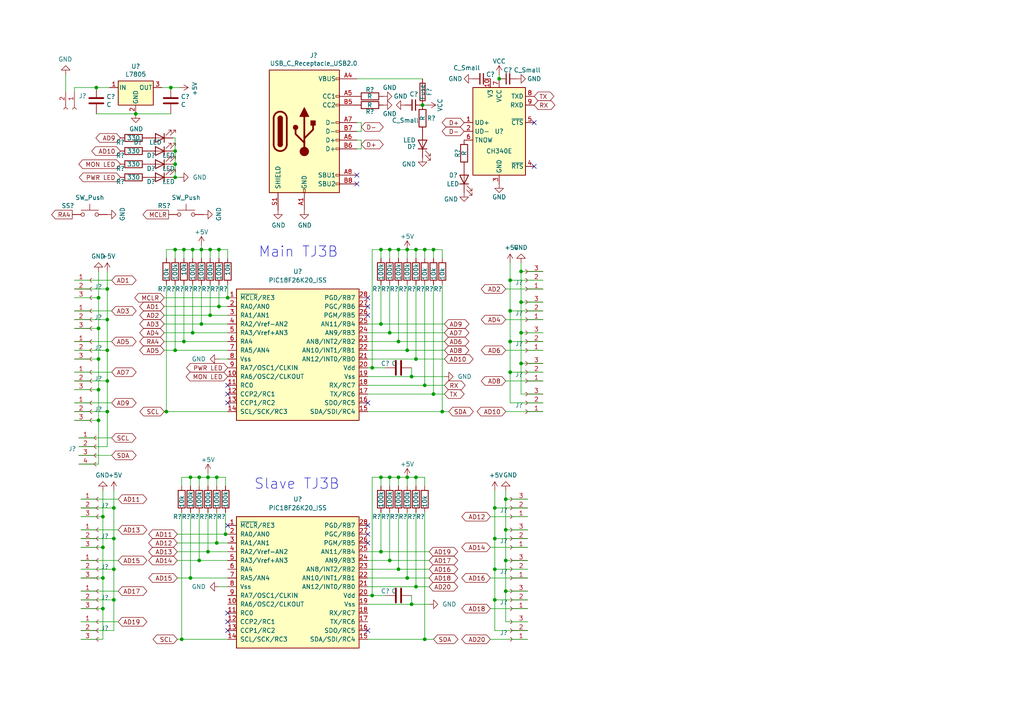
<source format=kicad_sch>
(kicad_sch (version 20211123) (generator eeschema)
  (paper "A4")
  (junction (at 119.38 109.22))
  (junction (at 55.88 96.52))
  (junction (at 63.5 88.9))
  (junction (at 118.11 72.39))
  (junction (at 65.405 154.94))
  (junction (at 115.57 165.1))
  (junction (at 50.8 43.815))
  (junction (at 57.785 138.43))
  (junction (at 53.34 99.06))
  (junction (at 107.95 172.72))
  (junction (at 146.685 144.78))
  (junction (at 28.575 86.36))
  (junction (at 55.88 72.39))
  (junction (at 28.575 113.03))
  (junction (at 57.785 162.56))
  (junction (at 33.02 156.21))
  (junction (at 52.705 185.42))
  (junction (at 29.845 149.86))
  (junction (at 113.03 162.56))
  (junction (at 123.19 111.76))
  (junction (at 28.575 95.25))
  (junction (at 49.53 25.4))
  (junction (at 107.95 106.68))
  (junction (at 120.65 104.14))
  (junction (at 151.13 96.52))
  (junction (at 31.115 119.38))
  (junction (at 125.73 114.3))
  (junction (at 66.04 86.36))
  (junction (at 122.555 30.48))
  (junction (at 50.8 101.6))
  (junction (at 31.115 101.6))
  (junction (at 128.27 119.38))
  (junction (at 119.38 175.26))
  (junction (at 125.73 72.39))
  (junction (at 146.685 171.45))
  (junction (at 143.51 173.99))
  (junction (at 147.955 90.17))
  (junction (at 143.51 147.32))
  (junction (at 144.78 22.86))
  (junction (at 28.575 121.92))
  (junction (at 60.325 160.02))
  (junction (at 115.57 72.39))
  (junction (at 58.42 93.98))
  (junction (at 143.51 156.21))
  (junction (at 118.11 167.64))
  (junction (at 50.8 51.435))
  (junction (at 27.94 25.4))
  (junction (at 29.845 176.53))
  (junction (at 50.8 47.625))
  (junction (at 55.245 167.64))
  (junction (at 113.03 72.39))
  (junction (at 53.34 72.39))
  (junction (at 110.49 72.39))
  (junction (at 31.115 83.82))
  (junction (at 33.02 165.1))
  (junction (at 120.65 170.18))
  (junction (at 63.5 72.39))
  (junction (at 120.65 138.43))
  (junction (at 62.865 138.43))
  (junction (at 123.19 72.39))
  (junction (at 151.13 87.63))
  (junction (at 118.11 101.6))
  (junction (at 143.51 165.1))
  (junction (at 33.02 173.99))
  (junction (at 115.57 99.06))
  (junction (at 110.49 93.98))
  (junction (at 31.115 110.49))
  (junction (at 147.955 107.95))
  (junction (at 123.19 185.42))
  (junction (at 60.325 138.43))
  (junction (at 55.245 138.43))
  (junction (at 110.49 138.43))
  (junction (at 33.02 147.32))
  (junction (at 118.11 138.43))
  (junction (at 151.13 105.41))
  (junction (at 62.865 157.48))
  (junction (at 31.115 92.71))
  (junction (at 50.8 72.39))
  (junction (at 113.03 138.43))
  (junction (at 113.03 96.52))
  (junction (at 39.37 33.02))
  (junction (at 146.685 162.56))
  (junction (at 29.845 158.75))
  (junction (at 110.49 160.02))
  (junction (at 147.955 99.06))
  (junction (at 29.845 167.64))
  (junction (at 60.96 72.39))
  (junction (at 147.955 81.28))
  (junction (at 120.65 72.39))
  (junction (at 115.57 138.43))
  (junction (at 146.685 153.67))
  (junction (at 28.575 104.14))
  (junction (at 60.96 91.44))
  (junction (at 151.13 78.74))
  (junction (at 48.26 119.38))
  (junction (at 58.42 72.39))
  (no_connect (at 66.04 111.76))
  (no_connect (at 154.94 35.56))
  (no_connect (at 106.68 86.36))
  (no_connect (at 106.68 91.44))
  (no_connect (at 66.04 116.84))
  (no_connect (at 66.04 182.88))
  (no_connect (at 66.04 114.3))
  (no_connect (at 106.68 157.48))
  (no_connect (at 154.94 48.26))
  (no_connect (at 106.68 116.84))
  (no_connect (at 66.04 177.8))
  (no_connect (at 66.04 180.34))
  (no_connect (at 103.505 50.8))
  (no_connect (at 106.68 154.94))
  (no_connect (at 103.505 53.34))
  (no_connect (at 66.04 152.4))
  (no_connect (at 106.68 152.4))
  (no_connect (at 106.68 182.88))
  (no_connect (at 106.68 88.9))
  (wire (pts (xy 47.625 99.06) (xy 53.34 99.06)))
  (wire (pts (xy 62.865 157.48) (xy 66.04 157.48)))
  (wire (pts (xy 29.845 149.86) (xy 29.845 142.24)))
  (wire (pts (xy 143.51 182.88) (xy 153.035 182.88)))
  (wire (pts (xy 23.495 173.99) (xy 33.02 173.99)))
  (wire (pts (xy 146.685 171.45) (xy 153.035 171.45)))
  (wire (pts (xy 23.495 180.34) (xy 34.29 180.34)))
  (wire (pts (xy 107.95 172.72) (xy 107.95 138.43)))
  (wire (pts (xy 53.34 72.39) (xy 53.34 74.93)))
  (wire (pts (xy 106.68 96.52) (xy 113.03 96.52)))
  (wire (pts (xy 120.65 82.55) (xy 120.65 104.14)))
  (wire (pts (xy 151.13 78.74) (xy 151.13 87.63)))
  (wire (pts (xy 21.59 26.67) (xy 21.59 25.4)))
  (wire (pts (xy 146.685 101.6) (xy 157.48 101.6)))
  (wire (pts (xy 55.88 72.39) (xy 58.42 72.39)))
  (wire (pts (xy 48.26 74.93) (xy 48.26 72.39)))
  (wire (pts (xy 50.8 72.39) (xy 53.34 72.39)))
  (wire (pts (xy 21.59 119.38) (xy 31.115 119.38)))
  (wire (pts (xy 57.785 162.56) (xy 66.04 162.56)))
  (wire (pts (xy 110.49 148.59) (xy 110.49 160.02)))
  (wire (pts (xy 29.845 176.53) (xy 29.845 167.64)))
  (wire (pts (xy 50.8 43.815) (xy 50.8 40.005)))
  (wire (pts (xy 31.115 92.71) (xy 31.115 83.82)))
  (wire (pts (xy 115.57 165.1) (xy 124.46 165.1)))
  (wire (pts (xy 65.405 154.94) (xy 66.04 154.94)))
  (wire (pts (xy 110.49 138.43) (xy 113.03 138.43)))
  (wire (pts (xy 47.625 91.44) (xy 60.96 91.44)))
  (wire (pts (xy 125.73 82.55) (xy 125.73 114.3)))
  (wire (pts (xy 115.57 148.59) (xy 115.57 165.1)))
  (wire (pts (xy 119.38 172.72) (xy 119.38 175.26)))
  (wire (pts (xy 23.495 158.75) (xy 29.845 158.75)))
  (wire (pts (xy 21.59 86.36) (xy 28.575 86.36)))
  (wire (pts (xy 103.505 43.18) (xy 104.775 43.18)))
  (wire (pts (xy 107.95 172.72) (xy 111.76 172.72)))
  (wire (pts (xy 46.99 25.4) (xy 49.53 25.4)))
  (wire (pts (xy 146.685 119.38) (xy 157.48 119.38)))
  (wire (pts (xy 47.625 86.36) (xy 66.04 86.36)))
  (wire (pts (xy 53.34 99.06) (xy 66.04 99.06)))
  (wire (pts (xy 118.11 138.43) (xy 120.65 138.43)))
  (wire (pts (xy 118.11 72.39) (xy 118.11 74.93)))
  (wire (pts (xy 118.11 138.43) (xy 118.11 140.97)))
  (wire (pts (xy 21.59 25.4) (xy 27.94 25.4)))
  (wire (pts (xy 106.68 165.1) (xy 115.57 165.1)))
  (wire (pts (xy 58.42 72.39) (xy 60.96 72.39)))
  (wire (pts (xy 147.955 99.06) (xy 157.48 99.06)))
  (wire (pts (xy 106.68 101.6) (xy 118.11 101.6)))
  (wire (pts (xy 147.955 107.95) (xy 147.955 116.84)))
  (wire (pts (xy 51.435 157.48) (xy 62.865 157.48)))
  (wire (pts (xy 23.495 167.64) (xy 29.845 167.64)))
  (wire (pts (xy 21.59 90.17) (xy 32.385 90.17)))
  (wire (pts (xy 110.49 74.93) (xy 110.49 72.39)))
  (wire (pts (xy 120.65 138.43) (xy 123.19 138.43)))
  (wire (pts (xy 119.38 109.22) (xy 128.905 109.22)))
  (wire (pts (xy 151.13 78.74) (xy 157.48 78.74)))
  (wire (pts (xy 143.51 147.32) (xy 143.51 156.21)))
  (wire (pts (xy 110.49 160.02) (xy 106.68 160.02)))
  (wire (pts (xy 52.705 185.42) (xy 66.04 185.42)))
  (wire (pts (xy 50.165 47.625) (xy 50.8 47.625)))
  (wire (pts (xy 147.955 81.28) (xy 157.48 81.28)))
  (wire (pts (xy 123.19 138.43) (xy 123.19 140.97)))
  (wire (pts (xy 142.24 149.86) (xy 153.035 149.86)))
  (wire (pts (xy 49.53 25.4) (xy 52.07 25.4)))
  (wire (pts (xy 51.435 160.02) (xy 60.325 160.02)))
  (wire (pts (xy 118.11 101.6) (xy 128.905 101.6)))
  (wire (pts (xy 106.68 104.14) (xy 120.65 104.14)))
  (wire (pts (xy 50.165 51.435) (xy 50.8 51.435)))
  (wire (pts (xy 123.19 74.93) (xy 123.19 72.39)))
  (wire (pts (xy 151.13 96.52) (xy 157.48 96.52)))
  (wire (pts (xy 21.59 116.84) (xy 32.385 116.84)))
  (wire (pts (xy 33.02 156.21) (xy 33.02 147.32)))
  (wire (pts (xy 110.49 72.39) (xy 113.03 72.39)))
  (wire (pts (xy 106.68 114.3) (xy 125.73 114.3)))
  (wire (pts (xy 118.11 82.55) (xy 118.11 101.6)))
  (wire (pts (xy 128.27 119.38) (xy 130.175 119.38)))
  (wire (pts (xy 147.955 99.06) (xy 147.955 107.95)))
  (wire (pts (xy 115.57 138.43) (xy 115.57 140.97)))
  (wire (pts (xy 142.24 185.42) (xy 153.035 185.42)))
  (wire (pts (xy 60.325 140.97) (xy 60.325 138.43)))
  (wire (pts (xy 55.245 138.43) (xy 52.705 138.43)))
  (wire (pts (xy 143.51 142.24) (xy 143.51 147.32)))
  (wire (pts (xy 47.625 93.98) (xy 58.42 93.98)))
  (wire (pts (xy 23.495 176.53) (xy 29.845 176.53)))
  (wire (pts (xy 58.42 93.98) (xy 66.04 93.98)))
  (wire (pts (xy 118.11 148.59) (xy 118.11 167.64)))
  (wire (pts (xy 113.03 82.55) (xy 113.03 96.52)))
  (wire (pts (xy 33.02 173.99) (xy 33.02 165.1)))
  (wire (pts (xy 33.02 142.24) (xy 33.02 147.32)))
  (wire (pts (xy 55.245 138.43) (xy 57.785 138.43)))
  (wire (pts (xy 63.5 170.18) (xy 66.04 170.18)))
  (wire (pts (xy 58.42 82.55) (xy 58.42 93.98)))
  (wire (pts (xy 21.59 104.14) (xy 28.575 104.14)))
  (wire (pts (xy 123.19 111.76) (xy 128.905 111.76)))
  (wire (pts (xy 31.115 110.49) (xy 31.115 101.6)))
  (wire (pts (xy 66.04 72.39) (xy 66.04 74.93)))
  (wire (pts (xy 113.03 72.39) (xy 113.03 74.93)))
  (wire (pts (xy 63.5 104.14) (xy 66.04 104.14)))
  (wire (pts (xy 48.26 72.39) (xy 50.8 72.39)))
  (wire (pts (xy 142.24 167.64) (xy 153.035 167.64)))
  (wire (pts (xy 23.495 182.88) (xy 33.02 182.88)))
  (wire (pts (xy 29.845 185.42) (xy 29.845 176.53)))
  (wire (pts (xy 50.8 47.625) (xy 50.8 43.815)))
  (wire (pts (xy 21.59 83.82) (xy 31.115 83.82)))
  (wire (pts (xy 23.495 162.56) (xy 34.29 162.56)))
  (wire (pts (xy 151.13 76.2) (xy 151.13 78.74)))
  (wire (pts (xy 53.34 82.55) (xy 53.34 99.06)))
  (wire (pts (xy 23.495 147.32) (xy 33.02 147.32)))
  (wire (pts (xy 120.65 72.39) (xy 120.65 74.93)))
  (wire (pts (xy 107.95 72.39) (xy 110.49 72.39)))
  (wire (pts (xy 146.685 180.34) (xy 153.035 180.34)))
  (wire (pts (xy 151.13 96.52) (xy 151.13 105.41)))
  (wire (pts (xy 106.68 162.56) (xy 113.03 162.56)))
  (wire (pts (xy 115.57 138.43) (xy 118.11 138.43)))
  (wire (pts (xy 50.8 51.435) (xy 50.8 47.625)))
  (wire (pts (xy 151.13 114.3) (xy 157.48 114.3)))
  (wire (pts (xy 51.435 167.64) (xy 55.245 167.64)))
  (wire (pts (xy 151.13 105.41) (xy 157.48 105.41)))
  (wire (pts (xy 146.685 142.24) (xy 146.685 144.78)))
  (wire (pts (xy 63.5 72.39) (xy 63.5 74.93)))
  (wire (pts (xy 146.685 171.45) (xy 146.685 180.34)))
  (wire (pts (xy 110.49 160.02) (xy 124.46 160.02)))
  (wire (pts (xy 122.555 30.48) (xy 123.825 30.48)))
  (wire (pts (xy 113.03 72.39) (xy 115.57 72.39)))
  (wire (pts (xy 103.505 40.64) (xy 104.775 40.64)))
  (wire (pts (xy 146.685 144.78) (xy 153.035 144.78)))
  (wire (pts (xy 57.785 138.43) (xy 57.785 140.97)))
  (wire (pts (xy 115.57 99.06) (xy 128.905 99.06)))
  (wire (pts (xy 123.19 72.39) (xy 125.73 72.39)))
  (wire (pts (xy 142.24 176.53) (xy 153.035 176.53)))
  (wire (pts (xy 115.57 82.55) (xy 115.57 99.06)))
  (wire (pts (xy 107.95 106.68) (xy 111.76 106.68)))
  (wire (pts (xy 143.51 165.1) (xy 153.035 165.1)))
  (wire (pts (xy 52.07 51.435) (xy 50.8 51.435)))
  (wire (pts (xy 110.49 140.97) (xy 110.49 138.43)))
  (wire (pts (xy 28.575 95.25) (xy 28.575 86.36)))
  (wire (pts (xy 143.51 173.99) (xy 143.51 182.88)))
  (wire (pts (xy 103.505 38.1) (xy 104.775 38.1)))
  (wire (pts (xy 55.88 96.52) (xy 66.04 96.52)))
  (wire (pts (xy 31.115 78.74) (xy 31.115 83.82)))
  (wire (pts (xy 107.95 106.68) (xy 107.95 72.39)))
  (wire (pts (xy 142.24 158.75) (xy 153.035 158.75)))
  (wire (pts (xy 39.37 33.02) (xy 49.53 33.02)))
  (wire (pts (xy 21.59 81.28) (xy 32.385 81.28)))
  (wire (pts (xy 55.88 82.55) (xy 55.88 96.52)))
  (wire (pts (xy 144.78 22.86) (xy 144.78 21.59)))
  (wire (pts (xy 55.88 72.39) (xy 55.88 74.93)))
  (wire (pts (xy 123.19 185.42) (xy 125.73 185.42)))
  (wire (pts (xy 50.165 40.005) (xy 50.8 40.005)))
  (wire (pts (xy 113.03 148.59) (xy 113.03 162.56)))
  (wire (pts (xy 50.165 43.815) (xy 50.8 43.815)))
  (wire (pts (xy 52.705 148.59) (xy 52.705 185.42)))
  (wire (pts (xy 106.68 167.64) (xy 118.11 167.64)))
  (wire (pts (xy 147.955 116.84) (xy 157.48 116.84)))
  (wire (pts (xy 21.59 107.95) (xy 32.385 107.95)))
  (wire (pts (xy 19.05 21.59) (xy 19.05 26.67)))
  (wire (pts (xy 21.59 110.49) (xy 31.115 110.49)))
  (wire (pts (xy 63.5 82.55) (xy 63.5 88.9)))
  (wire (pts (xy 115.57 72.39) (xy 118.11 72.39)))
  (wire (pts (xy 120.65 170.18) (xy 124.46 170.18)))
  (wire (pts (xy 143.51 156.21) (xy 143.51 165.1)))
  (wire (pts (xy 28.575 86.36) (xy 28.575 78.74)))
  (wire (pts (xy 53.34 72.39) (xy 55.88 72.39)))
  (wire (pts (xy 146.685 144.78) (xy 146.685 153.67)))
  (wire (pts (xy 143.51 156.21) (xy 153.035 156.21)))
  (wire (pts (xy 23.495 171.45) (xy 34.29 171.45)))
  (wire (pts (xy 55.245 167.64) (xy 66.04 167.64)))
  (wire (pts (xy 143.51 173.99) (xy 153.035 173.99)))
  (wire (pts (xy 107.95 138.43) (xy 110.49 138.43)))
  (wire (pts (xy 63.5 88.9) (xy 66.04 88.9)))
  (wire (pts (xy 23.495 153.67) (xy 34.29 153.67)))
  (wire (pts (xy 106.68 111.76) (xy 123.19 111.76)))
  (wire (pts (xy 47.625 96.52) (xy 55.88 96.52)))
  (wire (pts (xy 110.49 82.55) (xy 110.49 93.98)))
  (wire (pts (xy 103.505 35.56) (xy 104.775 35.56)))
  (wire (pts (xy 55.245 148.59) (xy 55.245 167.64)))
  (wire (pts (xy 106.68 99.06) (xy 115.57 99.06)))
  (wire (pts (xy 21.59 99.06) (xy 32.385 99.06)))
  (wire (pts (xy 113.03 162.56) (xy 124.46 162.56)))
  (wire (pts (xy 65.405 138.43) (xy 65.405 140.97)))
  (wire (pts (xy 21.59 121.92) (xy 28.575 121.92)))
  (wire (pts (xy 128.27 82.55) (xy 128.27 119.38)))
  (wire (pts (xy 151.13 105.41) (xy 151.13 114.3)))
  (wire (pts (xy 106.68 172.72) (xy 107.95 172.72)))
  (wire (pts (xy 104.775 40.64) (xy 104.775 43.18)))
  (wire (pts (xy 147.955 76.2) (xy 147.955 81.28)))
  (wire (pts (xy 47.625 88.9) (xy 63.5 88.9)))
  (wire (pts (xy 123.19 148.59) (xy 123.19 185.42)))
  (wire (pts (xy 62.865 138.43) (xy 65.405 138.43)))
  (wire (pts (xy 58.42 74.93) (xy 58.42 72.39)))
  (wire (pts (xy 147.955 90.17) (xy 147.955 99.06)))
  (wire (pts (xy 23.495 144.78) (xy 34.29 144.78)))
  (wire (pts (xy 62.865 138.43) (xy 62.865 140.97)))
  (wire (pts (xy 118.11 72.39) (xy 120.65 72.39)))
  (wire (pts (xy 110.49 93.98) (xy 106.68 93.98)))
  (wire (pts (xy 50.8 82.55) (xy 50.8 101.6)))
  (wire (pts (xy 113.03 96.52) (xy 128.905 96.52)))
  (wire (pts (xy 115.57 72.39) (xy 115.57 74.93)))
  (wire (pts (xy 60.325 137.16) (xy 60.325 138.43)))
  (wire (pts (xy 29.845 158.75) (xy 29.845 149.86)))
  (wire (pts (xy 66.04 82.55) (xy 66.04 86.36)))
  (wire (pts (xy 23.495 156.21) (xy 33.02 156.21)))
  (wire (pts (xy 28.575 113.03) (xy 28.575 104.14)))
  (wire (pts (xy 128.27 72.39) (xy 128.27 74.93)))
  (wire (pts (xy 31.115 101.6) (xy 31.115 92.71)))
  (wire (pts (xy 113.03 138.43) (xy 113.03 140.97)))
  (wire (pts (xy 62.865 148.59) (xy 62.865 157.48)))
  (wire (pts (xy 146.685 110.49) (xy 157.48 110.49)))
  (wire (pts (xy 51.435 154.94) (xy 65.405 154.94)))
  (wire (pts (xy 33.02 165.1) (xy 33.02 156.21)))
  (wire (pts (xy 48.26 82.55) (xy 48.26 119.38)))
  (wire (pts (xy 63.5 72.39) (xy 66.04 72.39)))
  (wire (pts (xy 120.65 138.43) (xy 120.65 140.97)))
  (wire (pts (xy 106.68 185.42) (xy 123.19 185.42)))
  (wire (pts (xy 60.96 72.39) (xy 63.5 72.39)))
  (wire (pts (xy 21.59 101.6) (xy 31.115 101.6)))
  (wire (pts (xy 23.495 165.1) (xy 33.02 165.1)))
  (wire (pts (xy 27.94 33.02) (xy 39.37 33.02)))
  (wire (pts (xy 147.955 90.17) (xy 157.48 90.17)))
  (wire (pts (xy 22.86 134.62) (xy 28.575 134.62)))
  (wire (pts (xy 60.96 72.39) (xy 60.96 74.93)))
  (wire (pts (xy 120.65 148.59) (xy 120.65 170.18)))
  (wire (pts (xy 110.49 93.98) (xy 128.905 93.98)))
  (wire (pts (xy 33.02 182.88) (xy 33.02 173.99)))
  (wire (pts (xy 106.68 175.26) (xy 119.38 175.26)))
  (wire (pts (xy 103.505 22.86) (xy 122.555 22.86)))
  (wire (pts (xy 119.38 175.26) (xy 124.46 175.26)))
  (wire (pts (xy 146.685 83.82) (xy 157.48 83.82)))
  (wire (pts (xy 106.68 170.18) (xy 120.65 170.18)))
  (wire (pts (xy 31.115 119.38) (xy 31.115 129.54)))
  (wire (pts (xy 118.11 167.64) (xy 124.46 167.64)))
  (wire (pts (xy 147.955 107.95) (xy 157.48 107.95)))
  (wire (pts (xy 104.775 38.1) (xy 104.775 35.56)))
  (wire (pts (xy 31.115 119.38) (xy 31.115 110.49)))
  (wire (pts (xy 60.96 91.44) (xy 66.04 91.44)))
  (wire (pts (xy 50.8 74.93) (xy 50.8 72.39)))
  (wire (pts (xy 60.325 160.02) (xy 66.04 160.02)))
  (wire (pts (xy 123.19 82.55) (xy 123.19 111.76)))
  (wire (pts (xy 125.73 114.3) (xy 128.905 114.3)))
  (wire (pts (xy 125.73 72.39) (xy 128.27 72.39)))
  (wire (pts (xy 48.26 119.38) (xy 66.04 119.38)))
  (wire (pts (xy 28.575 121.92) (xy 28.575 113.03)))
  (wire (pts (xy 106.68 119.38) (xy 128.27 119.38)))
  (wire (pts (xy 23.495 185.42) (xy 29.845 185.42)))
  (wire (pts (xy 65.405 148.59) (xy 65.405 154.94)))
  (wire (pts (xy 52.705 140.97) (xy 52.705 138.43)))
  (wire (pts (xy 113.03 138.43) (xy 115.57 138.43)))
  (wire (pts (xy 31.115 129.54) (xy 22.86 129.54)))
  (wire (pts (xy 143.51 165.1) (xy 143.51 173.99)))
  (wire (pts (xy 21.59 113.03) (xy 28.575 113.03)))
  (wire (pts (xy 60.325 148.59) (xy 60.325 160.02)))
  (wire (pts (xy 28.575 134.62) (xy 28.575 121.92)))
  (wire (pts (xy 22.86 127) (xy 32.385 127)))
  (wire (pts (xy 21.59 92.71) (xy 31.115 92.71)))
  (wire (pts (xy 120.65 104.14) (xy 128.905 104.14)))
  (wire (pts (xy 57.785 138.43) (xy 60.325 138.43)))
  (wire (pts (xy 146.685 153.67) (xy 153.035 153.67)))
  (wire (pts (xy 23.495 149.86) (xy 29.845 149.86)))
  (wire (pts (xy 123.19 72.39) (xy 120.65 72.39)))
  (wire (pts (xy 119.38 106.68) (xy 119.38 109.22)))
  (wire (pts (xy 29.845 167.64) (xy 29.845 158.75)))
  (wire (pts (xy 57.785 148.59) (xy 57.785 162.56)))
  (wire (pts (xy 47.625 101.6) (xy 50.8 101.6)))
  (wire (pts (xy 151.13 87.63) (xy 151.13 96.52)))
  (wire (pts (xy 143.51 147.32) (xy 153.035 147.32)))
  (wire (pts (xy 146.685 162.56) (xy 146.685 171.45)))
  (wire (pts (xy 146.685 92.71) (xy 157.48 92.71)))
  (wire (pts (xy 151.13 87.63) (xy 157.48 87.63)))
  (wire (pts (xy 51.435 162.56) (xy 57.785 162.56)))
  (wire (pts (xy 60.325 138.43) (xy 62.865 138.43)))
  (wire (pts (xy 51.435 185.42) (xy 52.705 185.42)))
  (wire (pts (xy 50.8 101.6) (xy 66.04 101.6)))
  (wire (pts (xy 147.955 81.28) (xy 147.955 90.17)))
  (wire (pts (xy 32.385 132.08) (xy 22.86 132.08)))
  (wire (pts (xy 146.685 162.56) (xy 153.035 162.56)))
  (wire (pts (xy 55.245 140.97) (xy 55.245 138.43)))
  (wire (pts (xy 60.96 82.55) (xy 60.96 91.44)))
  (wire (pts (xy 28.575 104.14) (xy 28.575 95.25)))
  (wire (pts (xy 27.94 25.4) (xy 31.75 25.4)))
  (wire (pts (xy 47.625 119.38) (xy 48.26 119.38)))
  (wire (pts (xy 106.68 106.68) (xy 107.95 106.68)))
  (wire (pts (xy 106.68 109.22) (xy 119.38 109.22)))
  (wire (pts (xy 58.42 71.12) (xy 58.42 72.39)))
  (wire (pts (xy 125.73 72.39) (xy 125.73 74.93)))
  (wire (pts (xy 146.685 153.67) (xy 146.685 162.56)))
  (wire (pts (xy 21.59 95.25) (xy 28.575 95.25)))
  (text "Main TJ3B" (at 74.93 74.93 0) (effects (font (size 3 3)) (justify left bottom)))
  (text "Slave TJ3B\n" (at 73.66 142.24 0) (effects (font (size 3 3)) (justify left bottom)))
  (global_label "AD14" (shape bidirectional) (at 51.435 162.56 180) (property "Intersheet References" "${INTERSHEET_REFS}" (effects hide)))
  (global_label "AD19" (shape bidirectional) (at 34.29 180.34 0) (property "Intersheet References" "${INTERSHEET_REFS}" (effects hide)))
  (global_label "RX" (shape bidirectional) (at 128.905 111.76 0) (property "Intersheet References" "${INTERSHEET_REFS}" (effects hide)))
  (global_label "AD11" (shape bidirectional) (at 34.29 144.78 0) (property "Intersheet References" "${INTERSHEET_REFS}" (effects hide)))
  (global_label "AD10" (shape bidirectional) (at 128.905 104.14 0) (property "Intersheet References" "${INTERSHEET_REFS}" (effects hide)))
  (global_label "RA4" (shape output) (at 20.955 62.23 180) (property "Intersheet References" "${INTERSHEET_REFS}" (effects hide)))
  (global_label "AD2" (shape bidirectional) (at 47.625 91.44 180) (property "Intersheet References" "${INTERSHEET_REFS}" (effects hide)))
  (global_label "MCLR" (shape bidirectional) (at 47.625 86.36 180) (property "Intersheet References" "${INTERSHEET_REFS}" (effects hide)))
  (global_label "AD13" (shape bidirectional) (at 34.29 153.67 0) (property "Intersheet References" "${INTERSHEET_REFS}" (effects hide)))
  (global_label "AD6" (shape bidirectional) (at 146.685 101.6 180) (property "Intersheet References" "${INTERSHEET_REFS}" (effects hide)))
  (global_label "PWR LED" (shape bidirectional) (at 66.04 106.68 180) (property "Intersheet References" "${INTERSHEET_REFS}" (effects hide)))
  (global_label "MCLR" (shape output) (at 48.895 62.23 180) (property "Intersheet References" "${INTERSHEET_REFS}" (effects hide)))
  (global_label "AD9" (shape bidirectional) (at 128.905 93.98 0) (property "Intersheet References" "${INTERSHEET_REFS}" (effects hide)))
  (global_label "MON LED" (shape bidirectional) (at 34.925 47.625 180) (property "Intersheet References" "${INTERSHEET_REFS}" (effects hide)))
  (global_label "D-" (shape bidirectional) (at 134.62 38.1 180) (property "Intersheet References" "${INTERSHEET_REFS}" (effects hide)))
  (global_label "RX" (shape bidirectional) (at 154.94 30.48 0) (property "Intersheet References" "${INTERSHEET_REFS}" (effects hide)))
  (global_label "SCL" (shape bidirectional) (at 51.435 185.42 180) (property "Intersheet References" "${INTERSHEET_REFS}" (effects hide)))
  (global_label "D+" (shape bidirectional) (at 104.775 41.91 0) (property "Intersheet References" "${INTERSHEET_REFS}" (effects hide)))
  (global_label "AD18" (shape bidirectional) (at 142.24 176.53 180) (property "Intersheet References" "${INTERSHEET_REFS}" (effects hide)))
  (global_label "SDA" (shape bidirectional) (at 130.175 119.38 0) (property "Intersheet References" "${INTERSHEET_REFS}" (effects hide)))
  (global_label "AD1" (shape bidirectional) (at 47.625 88.9 180) (property "Intersheet References" "${INTERSHEET_REFS}" (effects hide)))
  (global_label "SDA" (shape bidirectional) (at 125.73 185.42 0) (property "Intersheet References" "${INTERSHEET_REFS}" (effects hide)))
  (global_label "AD14" (shape bidirectional) (at 142.24 158.75 180) (property "Intersheet References" "${INTERSHEET_REFS}" (effects hide)))
  (global_label "D+" (shape bidirectional) (at 134.62 35.56 180) (property "Intersheet References" "${INTERSHEET_REFS}" (effects hide)))
  (global_label "AD15" (shape bidirectional) (at 51.435 167.64 180) (property "Intersheet References" "${INTERSHEET_REFS}" (effects hide)))
  (global_label "AD7" (shape bidirectional) (at 128.905 96.52 0) (property "Intersheet References" "${INTERSHEET_REFS}" (effects hide)))
  (global_label "AD7" (shape bidirectional) (at 32.385 107.95 0) (property "Intersheet References" "${INTERSHEET_REFS}" (effects hide)))
  (global_label "AD9" (shape bidirectional) (at 34.925 40.005 180) (property "Intersheet References" "${INTERSHEET_REFS}" (effects hide)))
  (global_label "AD16" (shape bidirectional) (at 142.24 167.64 180) (property "Intersheet References" "${INTERSHEET_REFS}" (effects hide)))
  (global_label "AD8" (shape bidirectional) (at 128.905 101.6 0) (property "Intersheet References" "${INTERSHEET_REFS}" (effects hide)))
  (global_label "AD20" (shape bidirectional) (at 142.24 185.42 180) (property "Intersheet References" "${INTERSHEET_REFS}" (effects hide)))
  (global_label "AD12" (shape bidirectional) (at 51.435 157.48 180) (property "Intersheet References" "${INTERSHEET_REFS}" (effects hide)))
  (global_label "SCL" (shape bidirectional) (at 47.625 119.38 180) (property "Intersheet References" "${INTERSHEET_REFS}" (effects hide)))
  (global_label "AD1" (shape bidirectional) (at 32.385 81.28 0) (property "Intersheet References" "${INTERSHEET_REFS}" (effects hide)))
  (global_label "AD15" (shape bidirectional) (at 34.29 162.56 0) (property "Intersheet References" "${INTERSHEET_REFS}" (effects hide)))
  (global_label "TX" (shape bidirectional) (at 128.905 114.3 0) (property "Intersheet References" "${INTERSHEET_REFS}" (effects hide)))
  (global_label "AD17" (shape bidirectional) (at 124.46 162.56 0) (property "Intersheet References" "${INTERSHEET_REFS}" (effects hide)))
  (global_label "AD3" (shape bidirectional) (at 47.625 93.98 180) (property "Intersheet References" "${INTERSHEET_REFS}" (effects hide)))
  (global_label "AD3" (shape bidirectional) (at 32.385 90.17 0) (property "Intersheet References" "${INTERSHEET_REFS}" (effects hide)))
  (global_label "AD9" (shape bidirectional) (at 32.385 116.84 0) (property "Intersheet References" "${INTERSHEET_REFS}" (effects hide)))
  (global_label "D-" (shape bidirectional) (at 104.775 36.83 0) (property "Intersheet References" "${INTERSHEET_REFS}" (effects hide)))
  (global_label "AD5" (shape bidirectional) (at 32.385 99.06 0) (property "Intersheet References" "${INTERSHEET_REFS}" (effects hide)))
  (global_label "AD13" (shape bidirectional) (at 51.435 160.02 180) (property "Intersheet References" "${INTERSHEET_REFS}" (effects hide)))
  (global_label "AD18" (shape bidirectional) (at 124.46 167.64 0) (property "Intersheet References" "${INTERSHEET_REFS}" (effects hide)))
  (global_label "AD5" (shape bidirectional) (at 47.625 101.6 180) (property "Intersheet References" "${INTERSHEET_REFS}" (effects hide)))
  (global_label "AD10" (shape bidirectional) (at 146.685 119.38 180) (property "Intersheet References" "${INTERSHEET_REFS}" (effects hide)))
  (global_label "AD11" (shape bidirectional) (at 51.435 154.94 180) (property "Intersheet References" "${INTERSHEET_REFS}" (effects hide)))
  (global_label "AD12" (shape bidirectional) (at 142.24 149.86 180) (property "Intersheet References" "${INTERSHEET_REFS}" (effects hide)))
  (global_label "MON LED" (shape bidirectional) (at 66.04 109.22 180) (property "Intersheet References" "${INTERSHEET_REFS}" (effects hide)))
  (global_label "AD8" (shape bidirectional) (at 146.685 110.49 180) (property "Intersheet References" "${INTERSHEET_REFS}" (effects hide)))
  (global_label "AD2" (shape bidirectional) (at 146.685 83.82 180) (property "Intersheet References" "${INTERSHEET_REFS}" (effects hide)))
  (global_label "AD19" (shape bidirectional) (at 124.46 160.02 0) (property "Intersheet References" "${INTERSHEET_REFS}" (effects hide)))
  (global_label "AD4" (shape bidirectional) (at 146.685 92.71 180) (property "Intersheet References" "${INTERSHEET_REFS}" (effects hide)))
  (global_label "AD10" (shape bidirectional) (at 34.925 43.815 180) (property "Intersheet References" "${INTERSHEET_REFS}" (effects hide)))
  (global_label "RA4" (shape bidirectional) (at 47.625 99.06 180) (property "Intersheet References" "${INTERSHEET_REFS}" (effects hide)))
  (global_label "AD17" (shape bidirectional) (at 34.29 171.45 0) (property "Intersheet References" "${INTERSHEET_REFS}" (effects hide)))
  (global_label "TX" (shape bidirectional) (at 154.94 27.94 0) (property "Intersheet References" "${INTERSHEET_REFS}" (effects hide)))
  (global_label "SDA" (shape bidirectional) (at 32.385 132.08 0) (property "Intersheet References" "${INTERSHEET_REFS}" (effects hide)))
  (global_label "AD20" (shape bidirectional) (at 124.46 170.18 0) (property "Intersheet References" "${INTERSHEET_REFS}" (effects hide)))
  (global_label "SCL" (shape bidirectional) (at 32.385 127 0) (property "Intersheet References" "${INTERSHEET_REFS}" (effects hide)))
  (global_label "AD16" (shape bidirectional) (at 124.46 165.1 0) (property "Intersheet References" "${INTERSHEET_REFS}" (effects hide)))
  (global_label "AD6" (shape bidirectional) (at 128.905 99.06 0) (property "Intersheet References" "${INTERSHEET_REFS}" (effects hide)))
  (global_label "PWR LED" (shape bidirectional) (at 34.925 51.435 180) (property "Intersheet References" "${INTERSHEET_REFS}" (effects hide)))
  (global_label "AD4" (shape bidirectional) (at 47.625 96.52 180) (property "Intersheet References" "${INTERSHEET_REFS}" (effects hide)))
  (symbol (lib_id "power:GND") (at 144.78 53.34 0) (unit 1)
    (property "Reference" "#PWR?" (effects hide))
    (property "Value" "GND" (at 144.78 57.15 0))
  )
  (symbol (lib_id "Device:LED") (at 122.555 41.91 90) (unit 1)
    (property "Reference" "D?" (at 119.38 42.545 90))
    (property "Value" "LED" (at 118.745 40.64 90))
    (property "Footprint" "LED_SMD:LED_0402_1005Metric" (effects hide))
    (property "LCSC" "C130725" (effects hide))
  )
  (symbol (lib_id "power:GND") (at 137.16 22.86 270) (unit 1)
    (property "Reference" "#PWR?" (effects hide))
    (property "Value" "GND" (at 132.08 22.86 90))
  )
  (symbol (lib_id "Device:R") (at 113.03 144.78 0) (unit 1)
    (property "Reference" "R?" (at 110.49 149.86 0) (effects (justify left)))
    (property "Value" "100k" (at 113.03 147.32 90) (effects (justify left)))
    (property "Footprint" "Resistor_THT:R_Axial_DIN0204_L3.6mm_D1.6mm_P5.08mm_Horizontal" (effects hide))
  )
  (symbol (lib_id "Device:LED") (at 46.355 43.815 180) (unit 1)
    (property "Reference" "D?" (at 43.815 45.085 0))
    (property "Value" "LED" (at 48.895 45.085 0))
    (property "Footprint" "LED_THT:LED_D5.0mm_Clear" (effects hide))
  )
  (symbol (lib_id "power:+5V") (at 147.955 76.2 0) (unit 1)
    (property "Reference" "#PWR?" (effects hide))
    (property "Value" "+5V" (at 148.336 71.8058 0))
  )
  (symbol (lib_id "Connector:Conn_01x03_Female") (at 152.4 81.28 180) (unit 1)
    (property "Reference" "J?" (at 151.6888 81.9404 0) (effects (justify left)))
    (property "Value" "Conn_01x03_Female" (effects hide))
    (property "Footprint" "Connector_JST:JST_XH_B3B-XH-A_1x03_P2.50mm_Vertical" (effects hide))
  )
  (symbol (lib_id "Device:R") (at 38.735 43.815 90) (unit 1)
    (property "Reference" "R?" (at 34.925 45.085 90))
    (property "Value" "330" (at 38.735 43.815 90))
    (property "Footprint" "Resistor_THT:R_Axial_DIN0204_L3.6mm_D1.6mm_P5.08mm_Horizontal" (effects hide))
  )
  (symbol (lib_id "power:GND") (at 29.845 142.24 180) (unit 1)
    (property "Reference" "#PWR?" (effects hide))
    (property "Value" "GND" (at 29.718 137.8458 0))
  )
  (symbol (lib_id "Device:R") (at 113.03 78.74 0) (unit 1)
    (property "Reference" "R?" (at 110.49 83.82 0) (effects (justify left)))
    (property "Value" "100k" (at 113.03 81.28 90) (effects (justify left)))
    (property "Footprint" "Resistor_THT:R_Axial_DIN0204_L3.6mm_D1.6mm_P5.08mm_Horizontal" (effects hide))
  )
  (symbol (lib_id "Device:R") (at 110.49 144.78 0) (unit 1)
    (property "Reference" "R?" (at 107.95 149.86 0) (effects (justify left)))
    (property "Value" "100k" (at 110.49 147.32 90) (effects (justify left)))
    (property "Footprint" "Resistor_THT:R_Axial_DIN0204_L3.6mm_D1.6mm_P5.08mm_Horizontal" (effects hide))
  )
  (symbol (lib_id "Connector:Conn_01x03_Female") (at 28.575 173.99 0) (unit 1)
    (property "Reference" "J?" (at 29.2862 173.3296 0) (effects (justify left)))
    (property "Value" "Conn_01x03_Female" (effects hide))
    (property "Footprint" "Connector_JST:JST_XH_B3B-XH-A_1x03_P2.50mm_Vertical" (effects hide))
  )
  (symbol (lib_id "Interface_USB:CH340E") (at 144.78 38.1 0) (unit 1)
    (property "Reference" "U?" (at 144.78 38.1 0))
    (property "Value" "CH340E" (at 144.78 43.815 0))
    (property "Footprint" "Package_SO:MSOP-10_3x3mm_P0.5mm" (effects hide))
    (property "Datasheet" "https://www.mpja.com/download/35227cpdata.pdf" (effects hide))
    (property "LCSC" "C99652" (effects hide))
  )
  (symbol (lib_id "Device:R") (at 55.88 78.74 0) (unit 1)
    (property "Reference" "R?" (at 53.34 83.82 0) (effects (justify left)))
    (property "Value" "100k" (at 55.88 81.28 90) (effects (justify left)))
    (property "Footprint" "Resistor_THT:R_Axial_DIN0204_L3.6mm_D1.6mm_P5.08mm_Horizontal" (effects hide))
  )
  (symbol (lib_id "Device:R") (at 57.785 144.78 0) (unit 1)
    (property "Reference" "R?" (at 55.245 149.86 0) (effects (justify left)))
    (property "Value" "100k" (at 57.785 147.32 90) (effects (justify left)))
    (property "Footprint" "Resistor_THT:R_Axial_DIN0204_L3.6mm_D1.6mm_P5.08mm_Horizontal" (effects hide))
  )
  (symbol (lib_id "Connector:Conn_01x03_Female") (at 152.4 99.06 180) (unit 1)
    (property "Reference" "J?" (at 151.6888 99.7204 0) (effects (justify left)))
    (property "Value" "Conn_01x03_Female" (effects hide))
    (property "Footprint" "Connector_JST:JST_XH_B3B-XH-A_1x03_P2.50mm_Vertical" (effects hide))
  )
  (symbol (lib_id "power:+5V") (at 31.115 78.74 0) (unit 1)
    (property "Reference" "#PWR?" (effects hide))
    (property "Value" "+5V" (at 31.496 74.3458 0))
  )
  (symbol (lib_id "power:+5V") (at 118.11 138.43 0) (unit 1)
    (property "Reference" "#PWR?" (effects hide))
    (property "Value" "+5V" (at 118.11 134.62 0))
  )
  (symbol (lib_id "Device:R") (at 120.65 78.74 0) (unit 1)
    (property "Reference" "R?" (at 118.11 83.82 0) (effects (justify left)))
    (property "Value" "100k" (at 120.65 81.28 90) (effects (justify left)))
    (property "Footprint" "Resistor_THT:R_Axial_DIN0204_L3.6mm_D1.6mm_P5.08mm_Horizontal" (effects hide))
  )
  (symbol (lib_id "Device:R") (at 128.27 78.74 0) (unit 1)
    (property "Reference" "R?" (at 125.73 83.82 0) (effects (justify left)))
    (property "Value" "10k" (at 128.27 81.28 90) (effects (justify left)))
    (property "Footprint" "Resistor_THT:R_Axial_DIN0204_L3.6mm_D1.6mm_P5.08mm_Horizontal" (effects hide))
  )
  (symbol (lib_id "Device:R") (at 118.11 144.78 0) (unit 1)
    (property "Reference" "R?" (at 115.57 149.86 0) (effects (justify left)))
    (property "Value" "100k" (at 118.11 147.32 90) (effects (justify left)))
    (property "Footprint" "Resistor_THT:R_Axial_DIN0204_L3.6mm_D1.6mm_P5.08mm_Horizontal" (effects hide))
  )
  (symbol (lib_id "Connector:Conn_01x03_Female") (at 28.575 147.32 0) (unit 1)
    (property "Reference" "J?" (at 29.2862 146.6596 0) (effects (justify left)))
    (property "Value" "Conn_01x03_Female" (effects hide))
    (property "Footprint" "Connector_JST:JST_XH_B3B-XH-A_1x03_P2.50mm_Vertical" (effects hide))
  )
  (symbol (lib_id "Device:C_Small") (at 139.7 22.86 270) (unit 1)
    (property "Reference" "C?" (at 140.97 21.59 90) (effects (justify left)))
    (property "Value" "C_Small" (at 131.445 19.685 90) (effects (justify left)))
    (property "Footprint" "Capacitor_SMD:C_01005_0402Metric" (effects hide))
    (property "LCSC" "C507422" (effects hide))
  )
  (symbol (lib_id "tj3b pic:PIC18F26K20_ISS") (at 86.36 172.72 0) (unit 1)
    (property "Reference" "U?" (at 86.36 144.78 0))
    (property "Value" "PIC18F26K20_ISS" (at 86.36 147.32 0))
    (property "Footprint" "Package_DIP:DIP-28_W7.62mm_Socket_LongPads" (effects hide))
    (property "Datasheet" "http://ww1.microchip.com/downloads/en/DeviceDoc/40001303H.pdf" (effects hide))
  )
  (symbol (lib_id "power:+5V") (at 60.325 137.16 0) (unit 1)
    (property "Reference" "#PWR?" (effects hide))
    (property "Value" "+5V" (at 60.325 133.35 0))
  )
  (symbol (lib_id "Device:LED") (at 46.355 47.625 180) (unit 1)
    (property "Reference" "D?" (at 43.815 48.895 0))
    (property "Value" "LED" (at 48.895 48.895 0))
    (property "Footprint" "LED_THT:LED_D5.0mm_Clear" (effects hide))
  )
  (symbol (lib_id "Device:C_Small") (at 120.015 30.48 270) (unit 1)
    (property "Reference" "C?" (at 118.745 27.305 90) (effects (justify left)))
    (property "Value" "C_Small" (at 113.665 34.925 90) (effects (justify left)))
    (property "Footprint" "Capacitor_SMD:C_01005_0402Metric" (effects hide))
    (property "LCSC" "C194427" (effects hide))
  )
  (symbol (lib_id "power:GND") (at 117.475 30.48 270) (unit 1)
    (property "Reference" "#PWR?" (effects hide))
    (property "Value" "GND" (at 116.205 27.94 90))
  )
  (symbol (lib_id "Device:R") (at 118.11 78.74 0) (unit 1)
    (property "Reference" "R?" (at 115.57 83.82 0) (effects (justify left)))
    (property "Value" "100k" (at 118.11 81.28 90) (effects (justify left)))
    (property "Footprint" "Resistor_THT:R_Axial_DIN0204_L3.6mm_D1.6mm_P5.08mm_Horizontal" (effects hide))
  )
  (symbol (lib_id "power:GND") (at 28.575 78.74 180) (unit 1)
    (property "Reference" "#PWR?" (effects hide))
    (property "Value" "GND" (at 28.448 74.3458 0))
  )
  (symbol (lib_id "Device:R") (at 65.405 144.78 0) (unit 1)
    (property "Reference" "R?" (at 62.865 149.86 0) (effects (justify left)))
    (property "Value" "100k" (at 65.405 147.32 90) (effects (justify left)))
    (property "Footprint" "Resistor_THT:R_Axial_DIN0204_L3.6mm_D1.6mm_P5.08mm_Horizontal" (effects hide))
  )
  (symbol (lib_id "power:GND") (at 149.86 22.86 90) (unit 1)
    (property "Reference" "#PWR?" (effects hide))
    (property "Value" "GND" (at 154.94 22.86 90))
  )
  (symbol (lib_id "Connector:Conn_01x03_Female") (at 152.4 107.95 180) (unit 1)
    (property "Reference" "J?" (at 151.6888 108.6104 0) (effects (justify left)))
    (property "Value" "Conn_01x03_Female" (effects hide))
    (property "Footprint" "Connector_JST:JST_XH_B3B-XH-A_1x03_P2.50mm_Vertical" (effects hide))
  )
  (symbol (lib_id "Regulator_Linear:L7805") (at 39.37 25.4 0) (unit 1)
    (property "Reference" "U?" (at 39.37 19.2532 0))
    (property "Value" "L7805" (at 39.37 21.5646 0))
    (property "Datasheet" "http://www.st.com/content/ccc/resource/technical/document/datasheet/41/4f/b3/b0/12/d4/47/88/CD00000444.pdf/files/CD00000444.pdf/jcr:content/translations/en.CD00000444.pdf" (effects hide))
  )
  (symbol (lib_id "Connector:Conn_01x04_Female") (at 27.94 129.54 0) (unit 1)
    (property "Reference" "J?" (at 20.955 130.175 0))
    (property "Value" "Conn_01x04_Female" (effects hide))
    (property "Footprint" "Connector_JST:JST_XH_B4B-XH-A_1x04_P2.50mm_Vertical" (effects hide))
  )
  (symbol (lib_id "power:GND") (at 52.07 51.435 90) (unit 1)
    (property "Reference" "#PWR?" (effects hide))
    (property "Value" "GND" (at 55.88 51.4349 90) (effects (justify right)))
  )
  (symbol (lib_id "Device:LED") (at 46.355 51.435 180) (unit 1)
    (property "Reference" "D?" (at 43.815 52.705 0))
    (property "Value" "LED" (at 48.895 52.705 0))
    (property "Footprint" "LED_THT:LED_D5.0mm_Clear" (effects hide))
  )
  (symbol (lib_id "power:GND") (at 134.62 55.88 0) (unit 1)
    (property "Reference" "#PWR?" (effects hide))
    (property "Value" "GND" (at 130.81 57.785 0))
  )
  (symbol (lib_id "Device:R") (at 134.62 44.45 0) (unit 1)
    (property "Reference" "R?" (at 132.715 44.45 90))
    (property "Value" "R" (at 134.62 44.45 90))
    (property "Footprint" "Resistor_SMD:R_0402_1005Metric" (effects hide))
    (property "LCSC" "C159884" (effects hide))
  )
  (symbol (lib_id "Device:R") (at 60.325 144.78 0) (unit 1)
    (property "Reference" "R?" (at 57.785 149.86 0) (effects (justify left)))
    (property "Value" "100k" (at 60.325 147.32 90) (effects (justify left)))
    (property "Footprint" "Resistor_THT:R_Axial_DIN0204_L3.6mm_D1.6mm_P5.08mm_Horizontal" (effects hide))
  )
  (symbol (lib_id "Device:R") (at 110.49 78.74 0) (unit 1)
    (property "Reference" "R?" (at 107.95 83.82 0) (effects (justify left)))
    (property "Value" "100k" (at 110.49 81.28 90) (effects (justify left)))
    (property "Footprint" "Resistor_THT:R_Axial_DIN0204_L3.6mm_D1.6mm_P5.08mm_Horizontal" (effects hide))
  )
  (symbol (lib_id "power:VCC") (at 123.825 30.48 270) (unit 1)
    (property "Reference" "#PWR?" (effects hide))
    (property "Value" "VCC" (at 127.635 30.48 0))
  )
  (symbol (lib_id "Connector:Conn_01x03_Female") (at 28.575 165.1 0) (unit 1)
    (property "Reference" "J?" (at 29.2862 164.4396 0) (effects (justify left)))
    (property "Value" "Conn_01x03_Female" (effects hide))
    (property "Footprint" "Connector_JST:JST_XH_B3B-XH-A_1x03_P2.50mm_Vertical" (effects hide))
  )
  (symbol (lib_id "Device:C") (at 115.57 106.68 90) (unit 1)
    (property "Reference" "C?" (at 111.76 105.41 90))
    (property "Value" "C" (at 114.3 105.41 90))
    (property "Footprint" "Capacitor_THT:CP_Radial_D5.0mm_P2.50mm" (effects hide))
  )
  (symbol (lib_id "power:GND") (at 146.685 142.24 180) (unit 1)
    (property "Reference" "#PWR?" (effects hide))
    (property "Value" "GND" (at 147.955 137.795 0))
  )
  (symbol (lib_id "Device:R") (at 115.57 78.74 0) (unit 1)
    (property "Reference" "R?" (at 113.03 83.82 0) (effects (justify left)))
    (property "Value" "100k" (at 115.57 81.28 90) (effects (justify left)))
    (property "Footprint" "Resistor_THT:R_Axial_DIN0204_L3.6mm_D1.6mm_P5.08mm_Horizontal" (effects hide))
  )
  (symbol (lib_id "Connector:Conn_01x03_Female") (at 26.67 119.38 0) (unit 1)
    (property "Reference" "J?" (at 27.3812 118.7196 0) (effects (justify left)))
    (property "Value" "Conn_01x03_Female" (effects hide))
    (property "Footprint" "Connector_JST:JST_XH_B3B-XH-A_1x03_P2.50mm_Vertical" (effects hide))
  )
  (symbol (lib_id "Connector:Conn_01x03_Female") (at 28.575 156.21 0) (unit 1)
    (property "Reference" "J?" (at 29.2862 155.5496 0) (effects (justify left)))
    (property "Value" "Conn_01x03_Female" (effects hide))
    (property "Footprint" "Connector_JST:JST_XH_B3B-XH-A_1x03_P2.50mm_Vertical" (effects hide))
  )
  (symbol (lib_id "power:+5V") (at 58.42 71.12 0) (unit 1)
    (property "Reference" "#PWR?" (effects hide))
    (property "Value" "+5V" (at 58.42 67.31 0))
  )
  (symbol (lib_id "Device:R") (at 58.42 78.74 0) (unit 1)
    (property "Reference" "R?" (at 55.88 83.82 0) (effects (justify left)))
    (property "Value" "100k" (at 58.42 81.28 90) (effects (justify left)))
    (property "Footprint" "Resistor_THT:R_Axial_DIN0204_L3.6mm_D1.6mm_P5.08mm_Horizontal" (effects hide))
  )
  (symbol (lib_id "Device:R") (at 50.8 78.74 0) (unit 1)
    (property "Reference" "R?" (at 48.26 83.82 0) (effects (justify left)))
    (property "Value" "100k" (at 50.8 81.28 90) (effects (justify left)))
    (property "Footprint" "Resistor_THT:R_Axial_DIN0204_L3.6mm_D1.6mm_P5.08mm_Horizontal" (effects hide))
  )
  (symbol (lib_id "Device:R") (at 38.735 40.005 90) (unit 1)
    (property "Reference" "R?" (at 34.925 41.275 90))
    (property "Value" "330" (at 38.735 40.005 90))
    (property "Footprint" "Resistor_THT:R_Axial_DIN0204_L3.6mm_D1.6mm_P5.08mm_Horizontal" (effects hide))
  )
  (symbol (lib_id "Device:C") (at 49.53 29.21 0) (unit 1)
    (property "Reference" "C?" (at 52.451 28.0416 0) (effects (justify left)))
    (property "Value" "C" (at 52.451 30.353 0) (effects (justify left)))
    (property "Footprint" "Capacitor_THT:CP_Radial_D5.0mm_P2.00mm" (effects hide))
  )
  (symbol (lib_id "Connector:USB_C_Receptacle_USB2.0") (at 88.265 38.1 0) (unit 1)
    (property "Reference" "J?" (at 90.9828 16.0782 0))
    (property "Value" "USB_C_Receptacle_USB2.0" (at 90.9828 18.3896 0))
    (property "Footprint" "Connector_USB:USB_C_Receptacle_XKB_U262-16XN-4BVC11" (effects hide))
    (property "Datasheet" "https://www.usb.org/sites/default/files/documents/usb_type-c.zip" (effects hide))
    (property "LCSC" "C2760486" (effects hide))
  )
  (symbol (lib_id "power:GND") (at 39.37 33.02 0) (unit 1)
    (property "Reference" "#PWR?" (effects hide))
    (property "Value" "GND" (at 39.497 37.4142 0))
  )
  (symbol (lib_id "Switch:SW_Push") (at 26.035 62.23 0) (unit 1)
    (property "Reference" "SS?" (at 19.685 59.69 0))
    (property "Value" "SW_Push" (at 26.035 57.3024 0))
    (property "Footprint" "Button_Switch_THT:SW_PUSH_6mm" (effects hide))
  )
  (symbol (lib_id "Device:R") (at 63.5 78.74 0) (unit 1)
    (property "Reference" "R?" (at 60.96 83.82 0) (effects (justify left)))
    (property "Value" "100k" (at 63.5 81.28 90) (effects (justify left)))
    (property "Footprint" "Resistor_THT:R_Axial_DIN0204_L3.6mm_D1.6mm_P5.08mm_Horizontal" (effects hide))
  )
  (symbol (lib_id "Connector:Conn_01x03_Female") (at 152.4 90.17 180) (unit 1)
    (property "Reference" "J?" (at 151.6888 90.8304 0) (effects (justify left)))
    (property "Value" "Conn_01x03_Female" (effects hide))
    (property "Footprint" "Connector_JST:JST_XH_B3B-XH-A_1x03_P2.50mm_Vertical" (effects hide))
  )
  (symbol (lib_id "power:+5V") (at 143.51 142.24 0) (unit 1)
    (property "Reference" "#PWR?" (effects hide))
    (property "Value" "+5V" (at 143.891 137.8458 0))
  )
  (symbol (lib_id "Device:R") (at 66.04 78.74 0) (unit 1)
    (property "Reference" "R?" (at 63.5 83.82 0) (effects (justify left)))
    (property "Value" "10k" (at 66.04 80.01 90) (effects (justify left)))
    (property "Footprint" "Resistor_THT:R_Axial_DIN0204_L3.6mm_D1.6mm_P5.08mm_Horizontal" (effects hide))
  )
  (symbol (lib_id "power:GND") (at 111.125 30.48 90) (unit 1)
    (property "Reference" "#PWR?" (effects hide))
    (property "Value" "GND" (at 113.03 33.02 90))
  )
  (symbol (lib_id "Connector:Conn_01x03_Female") (at 147.955 165.1 180) (unit 1)
    (property "Reference" "J?" (at 147.2438 165.7604 0) (effects (justify left)))
    (property "Value" "Conn_01x03_Female" (effects hide))
    (property "Footprint" "Connector_JST:JST_XH_B3B-XH-A_1x03_P2.50mm_Vertical" (effects hide))
  )
  (symbol (lib_id "power:+5V") (at 52.07 25.4 270) (unit 1)
    (property "Reference" "#PWR?" (effects hide))
    (property "Value" "+5V" (at 56.4642 25.781 0))
  )
  (symbol (lib_id "Device:R") (at 123.19 144.78 0) (unit 1)
    (property "Reference" "R?" (at 120.65 149.86 0) (effects (justify left)))
    (property "Value" "10k" (at 123.19 147.32 90) (effects (justify left)))
    (property "Footprint" "Resistor_THT:R_Axial_DIN0204_L3.6mm_D1.6mm_P5.08mm_Horizontal" (effects hide))
  )
  (symbol (lib_id "Device:R") (at 62.865 144.78 0) (unit 1)
    (property "Reference" "R?" (at 60.325 149.86 0) (effects (justify left)))
    (property "Value" "100k" (at 62.865 147.32 90) (effects (justify left)))
    (property "Footprint" "Resistor_THT:R_Axial_DIN0204_L3.6mm_D1.6mm_P5.08mm_Horizontal" (effects hide))
  )
  (symbol (lib_id "Connector:Conn_01x03_Female") (at 147.955 173.99 180) (unit 1)
    (property "Reference" "J?" (at 147.2438 174.6504 0) (effects (justify left)))
    (property "Value" "Conn_01x03_Female" (effects hide))
    (property "Footprint" "Connector_JST:JST_XH_B3B-XH-A_1x03_P2.50mm_Vertical" (effects hide))
  )
  (symbol (lib_id "Connector:Conn_01x03_Female") (at 147.955 147.32 180) (unit 1)
    (property "Reference" "J?" (at 147.2438 147.9804 0) (effects (justify left)))
    (property "Value" "Conn_01x03_Female" (effects hide))
    (property "Footprint" "Connector_JST:JST_XH_B3B-XH-A_1x03_P2.50mm_Vertical" (effects hide))
  )
  (symbol (lib_id "Device:R") (at 38.735 51.435 90) (unit 1)
    (property "Reference" "R?" (at 34.925 52.705 90))
    (property "Value" "330" (at 38.735 51.435 90))
    (property "Footprint" "Resistor_THT:R_Axial_DIN0204_L3.6mm_D1.6mm_P5.08mm_Horizontal" (effects hide))
  )
  (symbol (lib_id "power:VCC") (at 144.78 21.59 0) (unit 1)
    (property "Reference" "#PWR?" (effects hide))
    (property "Value" "VCC" (at 144.78 17.78 0))
  )
  (symbol (lib_id "Device:C_Small") (at 147.32 22.86 90) (unit 1)
    (property "Reference" "C?" (at 148.59 20.32 90) (effects (justify left)))
    (property "Value" "C_Small" (at 156.845 20.32 90) (effects (justify left)))
    (property "Footprint" "Capacitor_SMD:C_01005_0402Metric" (effects hide))
    (property "LCSC" "C507422" (effects hide))
  )
  (symbol (lib_id "power:GND") (at 88.265 60.96 0) (unit 1)
    (property "Reference" "#PWR?" (effects hide))
    (property "Value" "GND" (at 88.392 65.3542 0))
  )
  (symbol (lib_id "Connector:Conn_01x03_Female") (at 26.67 110.49 0) (unit 1)
    (property "Reference" "J?" (at 27.3812 109.8296 0) (effects (justify left)))
    (property "Value" "Conn_01x03_Female" (effects hide))
    (property "Footprint" "Connector_JST:JST_XH_B3B-XH-A_1x03_P2.50mm_Vertical" (effects hide))
  )
  (symbol (lib_id "Connector:Conn_01x03_Female") (at 147.955 156.21 180) (unit 1)
    (property "Reference" "J?" (at 147.2438 156.8704 0) (effects (justify left)))
    (property "Value" "Conn_01x03_Female" (effects hide))
    (property "Footprint" "Connector_JST:JST_XH_B3B-XH-A_1x03_P2.50mm_Vertical" (effects hide))
  )
  (symbol (lib_id "power:GND") (at 59.055 62.23 90) (unit 1)
    (property "Reference" "#PWR?" (effects hide))
    (property "Value" "GND" (at 63.4492 62.103 0))
  )
  (symbol (lib_id "power:+5V") (at 33.02 142.24 0) (unit 1)
    (property "Reference" "#PWR?" (effects hide))
    (property "Value" "+5V" (at 33.401 137.8458 0))
  )
  (symbol (lib_id "Connector:Conn_01x02_Female") (at 21.59 31.75 270) (unit 1)
    (property "Reference" "J?" (at 22.8092 27.8384 90) (effects (justify left)))
    (property "Value" "Conn_01x02_Female" (effects hide))
    (property "Footprint" "Connector_JST:JST_XH_B2B-XH-A_1x02_P2.50mm_Vertical" (effects hide))
  )
  (symbol (lib_id "Device:R") (at 60.96 78.74 0) (unit 1)
    (property "Reference" "R?" (at 58.42 83.82 0) (effects (justify left)))
    (property "Value" "100k" (at 60.96 81.28 90) (effects (justify left)))
    (property "Footprint" "Resistor_THT:R_Axial_DIN0204_L3.6mm_D1.6mm_P5.08mm_Horizontal" (effects hide))
  )
  (symbol (lib_id "Device:R") (at 53.34 78.74 0) (unit 1)
    (property "Reference" "R?" (at 50.8 83.82 0) (effects (justify left)))
    (property "Value" "10k" (at 53.34 80.01 90) (effects (justify left)))
    (property "Footprint" "Resistor_THT:R_Axial_DIN0204_L3.6mm_D1.6mm_P5.08mm_Horizontal" (effects hide))
  )
  (symbol (lib_id "Device:Fuse") (at 122.555 26.67 180) (unit 1)
    (property "Reference" "F?" (at 124.46 26.67 90))
    (property "Value" "Fuse" (at 122.555 26.67 90))
    (property "Footprint" "Fuse:Fuse_0603_1608Metric" (effects hide))
    (property "LCSC" "C116602" (effects hide))
  )
  (symbol (lib_id "Device:R") (at 107.315 30.48 270) (unit 1)
    (property "Reference" "R?" (at 108.585 32.385 90) (effects (justify right)))
    (property "Value" "R" (at 107.95 30.48 90) (effects (justify right)))
    (property "Footprint" "Resistor_SMD:R_0402_1005Metric" (effects hide))
    (property "LCSC" "C159886" (effects hide))
  )
  (symbol (lib_id "Device:R") (at 122.555 34.29 180) (unit 1)
    (property "Reference" "R?" (at 125.095 34.29 0))
    (property "Value" "R" (at 122.555 34.29 90))
    (property "Footprint" "Resistor_SMD:R_0603_1608Metric" (effects hide))
    (property "LCSC" "C105428" (effects hide))
  )
  (symbol (lib_id "power:GND") (at 31.115 62.23 90) (unit 1)
    (property "Reference" "#PWR?" (effects hide))
    (property "Value" "GND" (at 35.5092 62.103 0))
  )
  (symbol (lib_id "power:GND") (at 19.05 21.59 180) (unit 1)
    (property "Reference" "#PWR?" (effects hide))
    (property "Value" "GND" (at 18.923 17.1958 0))
  )
  (symbol (lib_id "Device:R") (at 120.65 144.78 0) (unit 1)
    (property "Reference" "R?" (at 118.11 149.86 0) (effects (justify left)))
    (property "Value" "100k" (at 120.65 147.32 90) (effects (justify left)))
    (property "Footprint" "Resistor_THT:R_Axial_DIN0204_L3.6mm_D1.6mm_P5.08mm_Horizontal" (effects hide))
  )
  (symbol (lib_id "power:GND") (at 124.46 175.26 90) (unit 1)
    (property "Reference" "#PWR?" (effects hide))
    (property "Value" "GND" (at 128.27 175.2599 90) (effects (justify right)))
  )
  (symbol (lib_id "Connector:Conn_01x03_Female") (at 26.67 83.82 0) (unit 1)
    (property "Reference" "J?" (at 27.3812 83.1596 0) (effects (justify left)))
    (property "Value" "Conn_01x03_Female" (effects hide))
    (property "Footprint" "Connector_JST:JST_XH_B3B-XH-A_1x03_P2.50mm_Vertical" (effects hide))
  )
  (symbol (lib_id "Device:R") (at 115.57 144.78 0) (unit 1)
    (property "Reference" "R?" (at 113.03 149.86 0) (effects (justify left)))
    (property "Value" "100k" (at 115.57 147.32 90) (effects (justify left)))
    (property "Footprint" "Resistor_THT:R_Axial_DIN0204_L3.6mm_D1.6mm_P5.08mm_Horizontal" (effects hide))
  )
  (symbol (lib_id "Device:C") (at 115.57 172.72 90) (unit 1)
    (property "Reference" "C?" (at 111.76 171.45 90))
    (property "Value" "C" (at 114.3 171.45 90))
    (property "Footprint" "Capacitor_THT:CP_Radial_D5.0mm_P2.50mm" (effects hide))
  )
  (symbol (lib_id "power:GND") (at 122.555 45.72 0) (unit 1)
    (property "Reference" "#PWR?" (effects hide))
    (property "Value" "GND" (at 120.65 47.625 0) (effects (justify right)))
  )
  (symbol (lib_id "Connector:Conn_01x03_Female") (at 26.67 101.6 0) (unit 1)
    (property "Reference" "J?" (at 27.3812 100.9396 0) (effects (justify left)))
    (property "Value" "Conn_01x03_Female" (effects hide))
    (property "Footprint" "Connector_JST:JST_XH_B3B-XH-A_1x03_P2.50mm_Vertical" (effects hide))
  )
  (symbol (lib_id "Device:R") (at 123.19 78.74 0) (unit 1)
    (property "Reference" "R?" (at 120.65 83.82 0) (effects (justify left)))
    (property "Value" "10k" (at 123.19 81.28 90) (effects (justify left)))
    (property "Footprint" "Resistor_THT:R_Axial_DIN0204_L3.6mm_D1.6mm_P5.08mm_Horizontal" (effects hide))
  )
  (symbol (lib_id "Switch:SW_Push") (at 53.975 62.23 0) (unit 1)
    (property "Reference" "RS?" (at 47.625 59.69 0))
    (property "Value" "SW_Push" (at 53.975 57.3024 0))
    (property "Footprint" "Button_Switch_THT:SW_PUSH_6mm" (effects hide))
  )
  (symbol (lib_id "Connector:Conn_01x03_Female") (at 152.4 116.84 180) (unit 1)
    (property "Reference" "J?" (at 151.6888 117.5004 0) (effects (justify left)))
    (property "Value" "Conn_01x03_Female" (effects hide))
    (property "Footprint" "Connector_JST:JST_XH_B3B-XH-A_1x03_P2.50mm_Vertical" (effects hide))
  )
  (symbol (lib_id "Device:LED") (at 46.355 40.005 180) (unit 1)
    (property "Reference" "D?" (at 40.005 41.275 0))
    (property "Value" "LED" (at 45.085 41.275 0))
    (property "Footprint" "LED_THT:LED_D5.0mm_Clear" (effects hide))
  )
  (symbol (lib_id "power:GND") (at 80.645 60.96 0) (unit 1)
    (property "Reference" "#PWR?" (effects hide))
    (property "Value" "GND" (at 80.772 65.3542 0))
  )
  (symbol (lib_id "Device:R") (at 48.26 78.74 0) (unit 1)
    (property "Reference" "R?" (at 45.72 83.82 0) (effects (justify left)))
    (property "Value" "10k" (at 48.26 81.28 90) (effects (justify left)))
    (property "Footprint" "Resistor_THT:R_Axial_DIN0204_L3.6mm_D1.6mm_P5.08mm_Horizontal" (effects hide))
  )
  (symbol (lib_id "power:GND") (at 63.5 170.18 270) (unit 1)
    (property "Reference" "#PWR?" (effects hide))
    (property "Value" "GND" (at 59.69 170.1799 90) (effects (justify right)))
  )
  (symbol (lib_id "Device:R") (at 55.245 144.78 0) (unit 1)
    (property "Reference" "R?" (at 52.705 149.86 0) (effects (justify left)))
    (property "Value" "100k" (at 55.245 147.32 90) (effects (justify left)))
    (property "Footprint" "Resistor_THT:R_Axial_DIN0204_L3.6mm_D1.6mm_P5.08mm_Horizontal" (effects hide))
  )
  (symbol (lib_id "Device:R") (at 38.735 47.625 90) (unit 1)
    (property "Reference" "R?" (at 34.925 48.895 90))
    (property "Value" "330" (at 38.735 47.625 90))
    (property "Footprint" "Resistor_THT:R_Axial_DIN0204_L3.6mm_D1.6mm_P5.08mm_Horizontal" (effects hide))
  )
  (symbol (lib_id "power:GND") (at 111.125 27.94 90) (unit 1)
    (property "Reference" "#PWR?" (effects hide))
    (property "Value" "GND" (at 113.03 25.4 90))
  )
  (symbol (lib_id "tj3b pic:PIC18F26K20_ISS") (at 86.36 106.68 0) (unit 1)
    (property "Reference" "U?" (at 86.36 78.74 0))
    (property "Value" "PIC18F26K20_ISS" (at 86.36 81.28 0))
    (property "Footprint" "Package_DIP:DIP-28_W7.62mm_Socket_LongPads" (effects hide))
    (property "Datasheet" "http://ww1.microchip.com/downloads/en/DeviceDoc/40001303H.pdf" (effects hide))
  )
  (symbol (lib_id "Connector:Conn_01x03_Female") (at 26.67 92.71 0) (unit 1)
    (property "Reference" "J?" (at 27.3812 92.0496 0) (effects (justify left)))
    (property "Value" "Conn_01x03_Female" (effects hide))
    (property "Footprint" "Connector_JST:JST_XH_B3B-XH-A_1x03_P2.50mm_Vertical" (effects hide))
  )
  (symbol (lib_id "Device:R") (at 52.705 144.78 0) (unit 1)
    (property "Reference" "R?" (at 50.165 149.86 0) (effects (justify left)))
    (property "Value" "10k" (at 52.705 147.32 90) (effects (justify left)))
    (property "Footprint" "Resistor_THT:R_Axial_DIN0204_L3.6mm_D1.6mm_P5.08mm_Horizontal" (effects hide))
  )
  (symbol (lib_id "Connector:Conn_01x03_Female") (at 147.955 182.88 180) (unit 1)
    (property "Reference" "J?" (at 147.2438 183.5404 0) (effects (justify left)))
    (property "Value" "Conn_01x03_Female" (effects hide))
    (property "Footprint" "Connector_JST:JST_XH_B3B-XH-A_1x03_P2.50mm_Vertical" (effects hide))
  )
  (symbol (lib_id "Device:C") (at 27.94 29.21 0) (unit 1)
    (property "Reference" "C?" (at 30.861 28.0416 0) (effects (justify left)))
    (property "Value" "C" (at 30.861 30.353 0) (effects (justify left)))
    (property "Footprint" "Capacitor_THT:C_Disc_D3.0mm_W1.6mm_P2.50mm" (effects hide))
  )
  (symbol (lib_id "Connector:Conn_01x03_Female") (at 28.575 182.88 0) (unit 1)
    (property "Reference" "J?" (at 29.2862 182.2196 0) (effects (justify left)))
    (property "Value" "Conn_01x03_Female" (effects hide))
    (property "Footprint" "Connector_JST:JST_XH_B3B-XH-A_1x03_P2.50mm_Vertical" (effects hide))
  )
  (symbol (lib_id "power:GND") (at 128.905 109.22 90) (unit 1)
    (property "Reference" "#PWR?" (effects hide))
    (property "Value" "GND" (at 132.715 109.2199 90) (effects (justify right)))
  )
  (symbol (lib_id "Device:R") (at 107.315 27.94 270) (unit 1)
    (property "Reference" "R?" (at 108.585 26.035 90) (effects (justify right)))
    (property "Value" "R" (at 107.95 27.94 90) (effects (justify right)))
    (property "Footprint" "Resistor_SMD:R_0402_1005Metric" (effects hide))
    (property "LCSC" "C159886" (effects hide))
  )
  (symbol (lib_id "Device:LED") (at 134.62 52.07 90) (unit 1)
    (property "Reference" "D?" (at 130.175 50.8 90) (effects (justify right)))
    (property "Value" "LED" (at 129.54 53.34 90) (effects (justify right)))
    (property "Footprint" "LED_SMD:LED_0402_1005Metric" (effects hide))
    (property "LCSC" "C130725" (effects hide))
  )
  (symbol (lib_id "power:GND") (at 151.13 76.2 180) (unit 1)
    (property "Reference" "#PWR?" (effects hide))
    (property "Value" "GND" (at 151.003 71.8058 0))
  )
  (symbol (lib_id "power:GND") (at 63.5 104.14 270) (unit 1)
    (property "Reference" "#PWR?" (effects hide))
    (property "Value" "GND" (at 59.69 104.1399 90) (effects (justify right)))
  )
  (symbol (lib_id "Device:R") (at 125.73 78.74 0) (unit 1)
    (property "Reference" "R?" (at 123.19 83.82 0) (effects (justify left)))
    (property "Value" "10k" (at 125.73 81.28 90) (effects (justify left)))
    (property "Footprint" "Resistor_THT:R_Axial_DIN0204_L3.6mm_D1.6mm_P5.08mm_Horizontal" (effects hide))
  )
  (symbol (lib_id "power:+5V") (at 118.11 72.39 0) (unit 1)
    (property "Reference" "#PWR?" (effects hide))
    (property "Value" "+5V" (at 118.11 68.58 0))
  )
)
</source>
